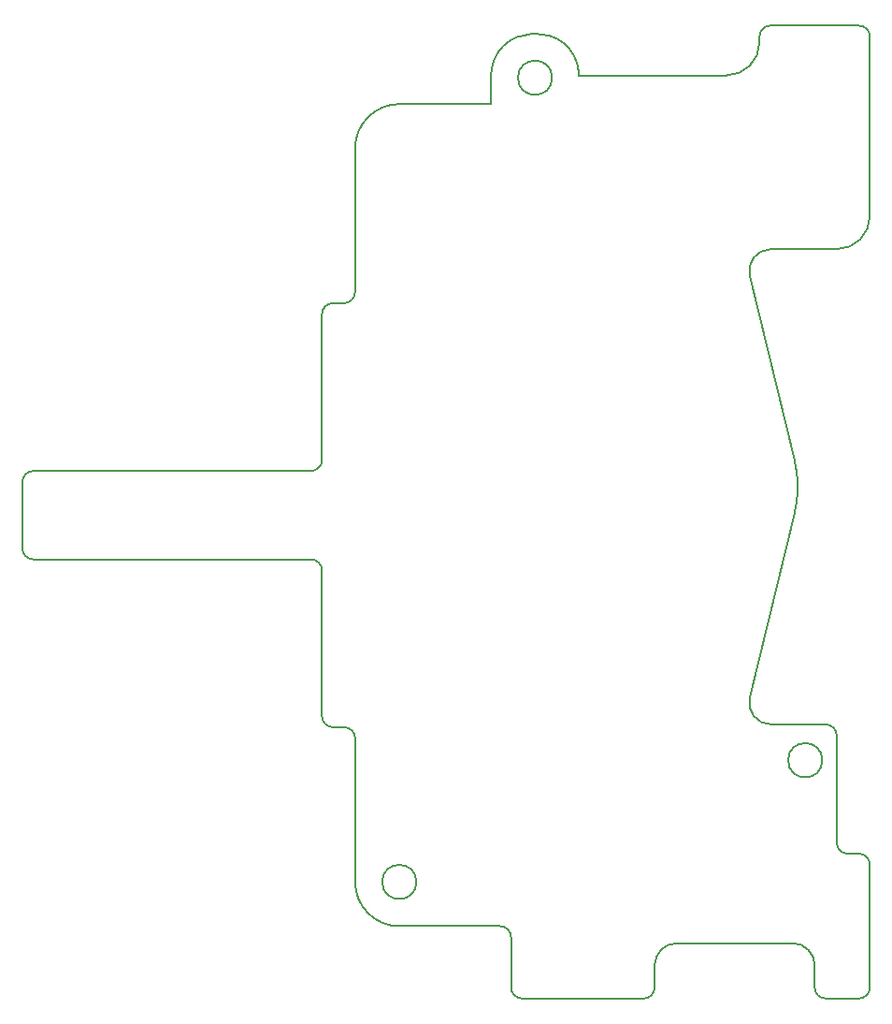
<source format=gbr>
%TF.GenerationSoftware,KiCad,Pcbnew,8.0.1*%
%TF.CreationDate,2024-05-31T17:35:22+02:00*%
%TF.ProjectId,minisumo_pcb,6d696e69-7375-46d6-9f5f-7063622e6b69,rev?*%
%TF.SameCoordinates,Original*%
%TF.FileFunction,Profile,NP*%
%FSLAX46Y46*%
G04 Gerber Fmt 4.6, Leading zero omitted, Abs format (unit mm)*
G04 Created by KiCad (PCBNEW 8.0.1) date 2024-05-31 17:35:22*
%MOMM*%
%LPD*%
G01*
G04 APERTURE LIST*
%TA.AperFunction,Profile*%
%ADD10C,0.200000*%
%TD*%
G04 APERTURE END LIST*
D10*
X105457747Y-84014388D02*
X105457747Y-97193217D01*
X120750871Y-62679642D02*
X120750871Y-65014384D01*
X148073381Y-140916149D02*
G75*
G02*
X150073428Y-142925741I19J-2000051D01*
G01*
X108457747Y-82014381D02*
G75*
G02*
X107457744Y-83014347I-999947J-19D01*
G01*
X154073381Y-132820639D02*
G75*
G02*
X155073361Y-133820639I-181J-1000161D01*
G01*
X137588572Y-140916149D02*
X148073381Y-140916149D01*
X79325783Y-106193217D02*
X104457747Y-106193217D01*
X120750871Y-65014384D02*
X112457746Y-65014384D01*
X135578957Y-144916150D02*
X135578957Y-142916170D01*
X144183214Y-80602082D02*
G75*
G02*
X146130533Y-78127717I1942786J474482D01*
G01*
X79325783Y-106193217D02*
G75*
G02*
X78325783Y-105193219I17J1000017D01*
G01*
X114007747Y-135372050D02*
G75*
G02*
X110907747Y-135372050I-1550000J0D01*
G01*
X110907747Y-135372050D02*
G75*
G02*
X114007747Y-135372050I1550000J0D01*
G01*
X78325784Y-99193216D02*
G75*
G02*
X79325782Y-98193184I1000016J16D01*
G01*
X104457747Y-106193217D02*
G75*
G02*
X105457783Y-107193215I53J-999983D01*
G01*
X144187734Y-118634769D02*
X148250000Y-102000000D01*
X146130533Y-78127682D02*
X152073291Y-78127682D01*
X154073381Y-57915650D02*
G75*
G02*
X155073429Y-58909170I19J-1000050D01*
G01*
X151073381Y-145916149D02*
G75*
G02*
X150073351Y-144916149I19J1000049D01*
G01*
X146126181Y-121127682D02*
G75*
G02*
X144187663Y-118634751I19J2000182D01*
G01*
X145073359Y-59415650D02*
G75*
G02*
X142073359Y-62415659I-3000059J50D01*
G01*
X104457749Y-98193217D02*
X79325782Y-98193217D01*
X112457747Y-139372050D02*
G75*
G02*
X108457750Y-135372051I53J4000050D01*
G01*
X155073359Y-75127610D02*
X155073359Y-58909170D01*
X121578954Y-139372050D02*
G75*
G02*
X122578950Y-140372053I46J-999950D01*
G01*
X153073481Y-132820639D02*
G75*
G02*
X152073425Y-131809149I19J1000139D01*
G01*
X105457747Y-107193215D02*
X105457747Y-120372047D01*
X148249999Y-97255360D02*
X144183213Y-80602082D01*
X154073381Y-132820639D02*
X153073481Y-132820639D01*
X150764251Y-124362749D02*
G75*
G02*
X147664251Y-124362749I-1550000J0D01*
G01*
X147664251Y-124362749D02*
G75*
G02*
X150764251Y-124362749I1550000J0D01*
G01*
X145073359Y-58915650D02*
G75*
G02*
X146066748Y-57915680I999941J50D01*
G01*
X123578961Y-145916149D02*
X134578957Y-145916149D01*
X107457744Y-83014384D02*
X106457750Y-83014384D01*
X152073291Y-78127678D02*
X152073291Y-78127682D01*
X142073359Y-62415650D02*
X128744869Y-62415650D01*
X120750872Y-62679642D02*
G75*
G02*
X128744863Y-62415650I3999668J51062D01*
G01*
X151073381Y-121127682D02*
X146126181Y-121127682D01*
X108457747Y-122372053D02*
X108457747Y-135372051D01*
X78325784Y-99193216D02*
X78325784Y-105193219D01*
X105457747Y-97193217D02*
G75*
G02*
X104457749Y-98193247I-1000047J17D01*
G01*
X105457747Y-84014388D02*
G75*
G02*
X106457750Y-83014347I1000053J-12D01*
G01*
X126300546Y-62628653D02*
G75*
G02*
X123200546Y-62628653I-1550000J0D01*
G01*
X123200546Y-62628653D02*
G75*
G02*
X126300546Y-62628653I1550000J0D01*
G01*
X150073359Y-142925741D02*
X150073359Y-144916149D01*
X151073381Y-145916149D02*
X154073359Y-145916149D01*
X108457747Y-69014384D02*
X108457747Y-82014381D01*
X135578957Y-142916170D02*
G75*
G02*
X137588572Y-140916179I2000143J-130D01*
G01*
X155073359Y-144916150D02*
G75*
G02*
X154073359Y-145916159I-1000059J50D01*
G01*
X155073359Y-144916150D02*
X155073359Y-133820639D01*
X123578961Y-145916149D02*
G75*
G02*
X122578951Y-144916149I39J1000049D01*
G01*
X106457751Y-121372050D02*
X107457744Y-121372050D01*
X122578957Y-140372053D02*
X122578957Y-144916149D01*
X154073381Y-57915650D02*
X146066748Y-57915650D01*
X152073359Y-131809148D02*
X152073359Y-122127682D01*
X155073359Y-75127610D02*
G75*
G02*
X152073291Y-78127659I-3000059J10D01*
G01*
X112457747Y-139372050D02*
X121578954Y-139372050D01*
X106457751Y-121372050D02*
G75*
G02*
X105457750Y-120372047I49J1000050D01*
G01*
X145073359Y-58915650D02*
X145073359Y-59415650D01*
X148249998Y-97255360D02*
G75*
G02*
X148250007Y-102000002I-9714198J-2372340D01*
G01*
X135578957Y-144916150D02*
G75*
G02*
X134578957Y-145916157I-1000057J50D01*
G01*
X107457744Y-121372050D02*
G75*
G02*
X108457750Y-122372053I56J-999950D01*
G01*
X108457747Y-69014384D02*
G75*
G02*
X112457746Y-65014347I4000053J-16D01*
G01*
X151073381Y-121127682D02*
G75*
G02*
X152073318Y-122127682I19J-999918D01*
G01*
M02*

</source>
